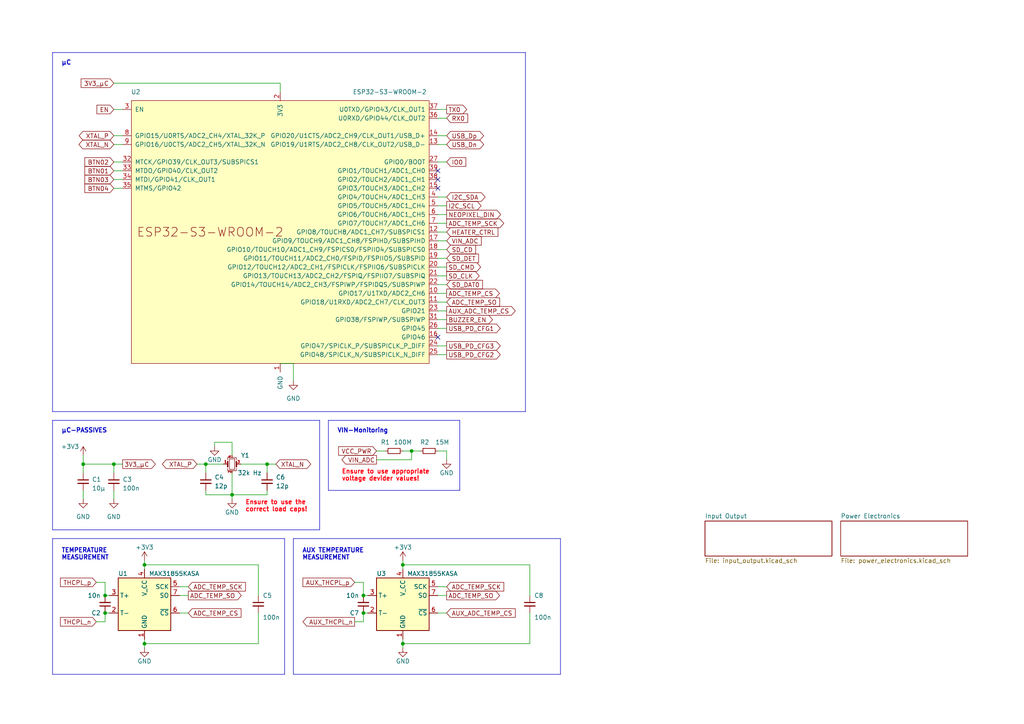
<source format=kicad_sch>
(kicad_sch (version 20231120) (generator "eeschema") (generator_version "8.0")
  (paper "A4")
  (title_block (title "Modular Solder Reflow PCB") (rev "0.0.1"))
  (lib_symbols
    (symbol "Device:C_Small" (pin_numbers hide) (pin_names (offset 0.254) hide)
      (property "Reference" "C" (at 0.254 1.778 0))
      (property "Value" "C_Small" (at 0.254 -2.032 0))
      (symbol "C_Small_0_1"
        (polyline (pts (xy -1.524 -0.508) (xy 1.524 -0.508)) (stroke (width 0.3302)))
        (polyline (pts (xy -1.524 0.508) (xy 1.524 0.508)) (stroke (width 0.3048)))
      )
      (symbol "C_Small_1_1"
        (pin passive line (at 0 2.54 270) (length 2.032) (name "~") (number "1"))
        (pin passive line (at 0 -2.54 90) (length 2.032) (name "~") (number "2"))
      )
    )
    (symbol "Device:Crystal_GND24_Small" (pin_names (offset 1.016) hide)
      (property "Reference" "Y" (at 1.27 4.445 0))
      (property "Value" "Crystal_GND24_Small" (at 1.27 2.54 0))
      (symbol "Crystal_GND24_Small_0_1"
        (rectangle (start -0.762 -1.524) (end 0.762 1.524))
        (polyline (pts (xy -1.27 -0.762) (xy -1.27 0.762)) (stroke (width 0.381)))
        (polyline (pts (xy 1.27 -0.762) (xy 1.27 0.762)) (stroke (width 0.381)))
        (polyline (pts (xy -1.27 -1.27) (xy -1.27 -1.905) (xy 1.27 -1.905) (xy 1.27 -1.27)))
        (polyline (pts (xy -1.27 1.27) (xy -1.27 1.905) (xy 1.27 1.905) (xy 1.27 1.27)))
      )
      (symbol "Crystal_GND24_Small_1_1"
        (pin passive line (at -2.54 0 0) (length 1.27) (name "1") (number "1"))
        (pin passive line (at 0 -2.54 90) (length 0.635) (name "2") (number "2"))
        (pin passive line (at 2.54 0 180) (length 1.27) (name "3") (number "3"))
        (pin passive line (at 0 2.54 270) (length 0.635) (name "4") (number "4"))
      )
    )
    (symbol "Device:R_Small" (pin_numbers hide) (pin_names (offset 0.254) hide)
      (property "Reference" "R" (at 0.762 0.508 0))
      (property "Value" "R_Small" (at 0.762 -1.016 0))
      (symbol "R_Small_0_1"
        (rectangle (start -0.762 1.778) (end 0.762 -1.778) (stroke (width 0.2032)))
      )
      (symbol "R_Small_1_1"
        (pin passive line (at 0 2.54 270) (length 0.762) (name "~") (number "1"))
        (pin passive line (at 0 -2.54 90) (length 0.762) (name "~") (number "2"))
      )
    )
    (symbol "MAX31855KASA_1"
      (property "Reference" "U" (at -7.62 8.89 0))
      (property "Value" "MAX31855KASA" (at 1.27 8.89 0))
      (symbol "MAX31855KASA_1_0_1"
        (rectangle (start -7.62 7.62) (end 7.62 -7.62) (stroke (width 0.254)) (fill (type background)))
      )
      (symbol "MAX31855KASA_1_1_1"
        (pin power_in line (at 0 -10.16 90) (length 2.54) (name "GND") (number "1"))
        (pin passive line (at -10.16 -2.54 0) (length 2.54) (name "T-") (number "2"))
        (pin passive line (at -10.16 2.54 0) (length 2.54) (name "T+") (number "3"))
        (pin power_in line (at 0 10.16 270) (length 2.54) (name "V_CC") (number "4"))
        (pin input line (at 10.16 5.08 180) (length 2.54) (name "SCK") (number "5"))
        (pin input line (at 10.16 -2.54 180) (length 2.54) (name "~{CS}") (number "6"))
        (pin tri_state line (at 10.16 2.54 180) (length 2.54) (name "SO") (number "7"))
      )
    )
    (symbol "espressif-kicad-lib:ESP32-S3-WROOM-2" (pin_names (offset 1.016))
      (property "Reference" "U" (at -43.18 43.18 0))
      (property "Value" "ESP32-S3-WROOM-2" (at -43.18 40.64 0))
      (symbol "ESP32-S3-WROOM-2_0_0"
        (text "ESP32-S3-WROOM-2" (at -20.32 0 0) (effects (font (size 2.54 2.54))))
        (pin power_in line (at 0 -38.1 270) (length 2.54) (name "GND") (number "1"))
        (pin bidirectional line (at 45.72 -17.78 180) (length 2.54) (name "GPIO17/U1TXD/ADC2_CH6") (number "10"))
        (pin bidirectional line (at 45.72 -20.32 180) (length 2.54) (name "GPIO18/U1RXD/ADC2_CH7/CLK_OUT3") (number "11"))
        (pin bidirectional line (at 45.72 0 180) (length 2.54) (name "GPIO8/TOUCH8/ADC1_CH7/SUBSPICS1") (number "12"))
        (pin bidirectional line (at 45.72 25.4 180) (length 2.54) (name "GPIO19/U1RTS/ADC2_CH8/CLK_OUT2/USB_D-") (number "13"))
        (pin bidirectional line (at 45.72 27.94 180) (length 2.54) (name "GPIO20/U1CTS/ADC2_CH9/CLK_OUT1/USB_D+") (number "14"))
        (pin bidirectional line (at 45.72 12.7 180) (length 2.54) (name "GPIO3/TOUCH3/ADC1_CH2") (number "15"))
        (pin bidirectional line (at 45.72 -30.48 180) (length 2.54) (name "GPIO46") (number "16"))
        (pin bidirectional line (at 45.72 -2.54 180) (length 2.54) (name "GPIO9/TOUCH9/ADC1_CH8/FSPIHD/SUBSPIHD") (number "17"))
        (pin bidirectional line (at 45.72 -5.08 180) (length 2.54) (name "GPIO10/TOUCH10/ADC1_CH9/FSPICS0/FSPIIO4/SUBSPICS0") (number "18"))
        (pin bidirectional line (at 45.72 -7.62 180) (length 2.54) (name "GPIO11/TOUCH11/ADC2_CH0/FSPID/FSPIIO5/SUBSPID") (number "19"))
        (pin power_in line (at 0 40.64 270) (length 2.54) (name "3V3") (number "2"))
        (pin bidirectional line (at 45.72 -10.16 180) (length 2.54) (name "GPIO12/TOUCH12/ADC2_CH1/FSPICLK/FSPIIO6/SUBSPICLK") (number "20"))
        (pin bidirectional line (at 45.72 -12.7 180) (length 2.54) (name "GPIO13/TOUCH13/ADC2_CH2/FSPIQ/FSPIIO7/SUBSPIQ") (number "21"))
        (pin bidirectional line (at 45.72 -15.24 180) (length 2.54) (name "GPIO14/TOUCH14/ADC2_CH3/FSPIWP/FSPIDQS/SUBSPIWP") (number "22"))
        (pin bidirectional line (at 45.72 -22.86 180) (length 2.54) (name "GPIO21") (number "23"))
        (pin bidirectional line (at 45.72 -33.02 180) (length 2.54) (name "GPIO47/SPICLK_P/SUBSPICLK_P_DIFF") (number "24"))
        (pin bidirectional line (at 45.72 -35.56 180) (length 2.54) (name "GPIO48/SPICLK_N/SUBSPICLK_N_DIFF") (number "25"))
        (pin bidirectional line (at 45.72 -27.94 180) (length 2.54) (name "GPIO45") (number "26"))
        (pin bidirectional line (at 45.72 20.32 180) (length 2.54) (name "GPIO0/BOOT") (number "27"))
        (pin no_connect line (at -43.18 -35.56 0) (length 2.54) hide (name "NC") (number "28"))
        (pin no_connect line (at -43.18 -33.02 0) (length 2.54) hide (name "NC") (number "29"))
        (pin input line (at -45.72 35.56 0) (length 2.54) (name "EN") (number "3"))
        (pin no_connect line (at -43.18 -30.48 0) (length 2.54) hide (name "NC") (number "30"))
        (pin bidirectional line (at 45.72 -25.4 180) (length 2.54) (name "GPIO38/FSPIWP/SUBSPIWP") (number "31"))
        (pin bidirectional line (at -45.72 20.32 0) (length 2.54) (name "MTCK/GPIO39/CLK_OUT3/SUBSPICS1") (number "32"))
        (pin bidirectional line (at -45.72 17.78 0) (length 2.54) (name "MTDO/GPIO40/CLK_OUT2") (number "33"))
        (pin bidirectional line (at -45.72 15.24 0) (length 2.54) (name "MTDI/GPIO41/CLK_OUT1") (number "34"))
        (pin bidirectional line (at -45.72 12.7 0) (length 2.54) (name "MTMS/GPIO42") (number "35"))
        (pin bidirectional line (at 45.72 33.02 180) (length 2.54) (name "U0RXD/GPIO44/CLK_OUT2") (number "36"))
        (pin bidirectional line (at 45.72 35.56 180) (length 2.54) (name "U0TXD/GPIO43/CLK_OUT1") (number "37"))
        (pin bidirectional line (at 45.72 15.24 180) (length 2.54) (name "GPIO2/TOUCH2/ADC1_CH1") (number "38"))
        (pin bidirectional line (at 45.72 17.78 180) (length 2.54) (name "GPIO1/TOUCH1/ADC1_CH0") (number "39"))
        (pin bidirectional line (at 45.72 10.16 180) (length 2.54) (name "GPIO4/TOUCH4/ADC1_CH3") (number "4"))
        (pin passive line (at 0 -38.1 270) (length 2.54) hide (name "GND") (number "40"))
        (pin passive line (at 0 -38.1 270) (length 2.54) hide (name "GND") (number "41"))
        (pin bidirectional line (at 45.72 7.62 180) (length 2.54) (name "GPIO5/TOUCH5/ADC1_CH4") (number "5"))
        (pin bidirectional line (at 45.72 5.08 180) (length 2.54) (name "GPIO6/TOUCH6/ADC1_CH5") (number "6"))
        (pin bidirectional line (at 45.72 2.54 180) (length 2.54) (name "GPIO7/TOUCH7/ADC1_CH6") (number "7"))
        (pin bidirectional line (at -45.72 27.94 0) (length 2.54) (name "GPIO15/U0RTS/ADC2_CH4/XTAL_32K_P") (number "8"))
        (pin bidirectional line (at -45.72 25.4 0) (length 2.54) (name "GPIO16/U0CTS/ADC2_CH5/XTAL_32K_N") (number "9"))
      )
      (symbol "ESP32-S3-WROOM-2_0_1"
        (rectangle (start -43.18 38.1) (end 43.18 -38.1) (fill (type background)))
      )
    )
    (symbol "power:+3.3V" (power) (pin_names (offset 0))
      (property "Value" "+3.3V" (at 0 3.556 0))
      (symbol "+3.3V_0_1"
        (polyline (pts (xy -0.762 1.27) (xy 0 2.54)))
        (polyline (pts (xy 0 0) (xy 0 2.54)))
        (polyline (pts (xy 0 2.54) (xy 0.762 1.27)))
      )
      (symbol "+3.3V_1_1"
        (pin power_in line (at 0 0 90) (length 0) hide (name "+3V3") (number "1"))
      )
    )
    (symbol "power:GND" (power) (pin_names (offset 0))
      (property "Value" "GND" (at 0 -3.81 0))
      (symbol "GND_0_1"
        (polyline (pts (xy 0 0) (xy 0 -1.27) (xy 1.27 -1.27) (xy 0 -2.54) (xy -1.27 -1.27) (xy 0 -1.27)))
      )
      (symbol "GND_1_1"
        (pin power_in line (at 0 0 270) (length 0) hide (name "GND") (number "1"))
      )
    )
  )
  (junction (at 30.48 172.72))
  (junction (at 41.91 163.83))
  (junction (at 116.84 186.69))
  (junction (at 24.13 134.62))
  (junction (at 105.41 172.72))
  (junction (at 30.48 177.8))
  (junction (at 105.41 177.8))
  (junction (at 116.84 163.83))
  (junction (at 59.69 134.62))
  (junction (at 41.91 186.69))
  (junction (at 33.02 134.62))
  (junction (at 77.47 134.62))
  (junction (at 67.31 143.51))
  (junction (at 119.38 130.81))
  (no_connect (at 127 52.07))
  (no_connect (at 127 49.53))
  (no_connect (at 127 54.61))
  (no_connect (at 127 97.79))
  (wire (pts (xy 127 100.33) (xy 129.54 100.33)))
  (wire (pts (xy 127 170.18) (xy 129.54 170.18)))
  (wire (pts (xy 153.67 163.83) (xy 153.67 172.72)))
  (polyline (pts (xy 162.56 156.21) (xy 85.09 156.21)))
  (wire (pts (xy 127 39.37) (xy 129.54 39.37)))
  (wire (pts (xy 116.84 130.81) (xy 119.38 130.81)))
  (wire (pts (xy 127 90.17) (xy 129.54 90.17)))
  (wire (pts (xy 119.38 133.35) (xy 119.38 130.81)))
  (polyline (pts (xy 152.4 15.24) (xy 152.4 119.38)))
  (polyline (pts (xy 15.24 195.58) (xy 82.55 195.58)))
  (polyline (pts (xy 15.24 153.67) (xy 92.71 153.67)))
  (wire (pts (xy 127 177.8) (xy 129.54 177.8)))
  (polyline (pts (xy 92.71 153.67) (xy 92.71 121.92)))
  (polyline (pts (xy 133.35 121.92) (xy 133.35 142.24)))
  (wire (pts (xy 30.48 177.8) (xy 30.48 180.34)))
  (wire (pts (xy 129.54 87.63) (xy 127 87.63)))
  (wire (pts (xy 106.68 177.8) (xy 105.41 177.8)))
  (wire (pts (xy 33.02 134.62) (xy 35.56 134.62)))
  (wire (pts (xy 74.93 163.83) (xy 74.93 172.72)))
  (wire (pts (xy 77.47 134.62) (xy 80.01 134.62)))
  (wire (pts (xy 127 64.77) (xy 129.54 64.77)))
  (wire (pts (xy 109.22 130.81) (xy 111.76 130.81)))
  (wire (pts (xy 62.23 128.27) (xy 67.31 128.27)))
  (wire (pts (xy 57.15 134.62) (xy 59.69 134.62)))
  (wire (pts (xy 153.67 177.8) (xy 153.67 186.69)))
  (wire (pts (xy 127 34.29) (xy 129.54 34.29)))
  (wire (pts (xy 127 82.55) (xy 129.54 82.55)))
  (polyline (pts (xy 133.35 142.24) (xy 95.25 142.24)))
  (polyline (pts (xy 82.55 156.21) (xy 15.24 156.21)))
  (wire (pts (xy 127 31.75) (xy 129.54 31.75)))
  (wire (pts (xy 24.13 132.08) (xy 24.13 134.62)))
  (wire (pts (xy 67.31 128.27) (xy 67.31 132.08)))
  (wire (pts (xy 105.41 177.8) (xy 105.41 180.34)))
  (wire (pts (xy 127 80.01) (xy 129.54 80.01)))
  (wire (pts (xy 74.93 177.8) (xy 74.93 186.69)))
  (wire (pts (xy 81.28 26.67) (xy 81.28 24.13)))
  (wire (pts (xy 127 92.71) (xy 129.54 92.71)))
  (wire (pts (xy 77.47 143.51) (xy 77.47 142.24)))
  (wire (pts (xy 24.13 142.24) (xy 24.13 144.78)))
  (wire (pts (xy 105.41 172.72) (xy 105.41 168.91)))
  (wire (pts (xy 30.48 172.72) (xy 31.75 172.72)))
  (wire (pts (xy 31.75 177.8) (xy 30.48 177.8)))
  (wire (pts (xy 127 77.47) (xy 129.54 77.47)))
  (wire (pts (xy 116.84 185.42) (xy 116.84 186.69)))
  (wire (pts (xy 116.84 186.69) (xy 116.84 187.96)))
  (wire (pts (xy 33.02 46.99) (xy 35.56 46.99)))
  (polyline (pts (xy 85.09 156.21) (xy 85.09 195.58)))
  (wire (pts (xy 33.02 142.24) (xy 33.02 144.78)))
  (wire (pts (xy 30.48 172.72) (xy 30.48 168.91)))
  (wire (pts (xy 33.02 137.16) (xy 33.02 134.62)))
  (wire (pts (xy 85.09 105.41) (xy 81.28 105.41)))
  (wire (pts (xy 59.69 142.24) (xy 59.69 143.51)))
  (wire (pts (xy 67.31 143.51) (xy 77.47 143.51)))
  (wire (pts (xy 69.85 134.62) (xy 77.47 134.62)))
  (wire (pts (xy 127 59.69) (xy 129.54 59.69)))
  (polyline (pts (xy 15.24 15.24) (xy 152.4 15.24)))
  (wire (pts (xy 33.02 39.37) (xy 35.56 39.37)))
  (wire (pts (xy 59.69 143.51) (xy 67.31 143.51)))
  (wire (pts (xy 116.84 162.56) (xy 116.84 163.83)))
  (wire (pts (xy 116.84 163.83) (xy 116.84 165.1)))
  (polyline (pts (xy 92.71 121.92) (xy 15.24 121.92)))
  (wire (pts (xy 127 46.99) (xy 129.54 46.99)))
  (wire (pts (xy 127 72.39) (xy 129.54 72.39)))
  (wire (pts (xy 52.07 177.8) (xy 54.61 177.8)))
  (wire (pts (xy 41.91 186.69) (xy 41.91 187.96)))
  (wire (pts (xy 127 62.23) (xy 129.54 62.23)))
  (wire (pts (xy 24.13 137.16) (xy 24.13 134.62)))
  (wire (pts (xy 33.02 49.53) (xy 35.56 49.53)))
  (wire (pts (xy 33.02 52.07) (xy 35.56 52.07)))
  (wire (pts (xy 67.31 143.51) (xy 67.31 144.78)))
  (wire (pts (xy 127 69.85) (xy 129.54 69.85)))
  (wire (pts (xy 33.02 41.91) (xy 35.56 41.91)))
  (wire (pts (xy 41.91 186.69) (xy 74.93 186.69)))
  (wire (pts (xy 62.23 129.54) (xy 62.23 128.27)))
  (polyline (pts (xy 82.55 195.58) (xy 82.55 156.21)))
  (polyline (pts (xy 162.56 195.58) (xy 162.56 156.21)))
  (wire (pts (xy 27.94 168.91) (xy 30.48 168.91)))
  (wire (pts (xy 52.07 170.18) (xy 54.61 170.18)))
  (wire (pts (xy 24.13 134.62) (xy 33.02 134.62)))
  (wire (pts (xy 52.07 172.72) (xy 54.61 172.72)))
  (wire (pts (xy 119.38 130.81) (xy 121.92 130.81)))
  (wire (pts (xy 127 172.72) (xy 129.54 172.72)))
  (polyline (pts (xy 15.24 153.67) (xy 15.24 121.92)))
  (wire (pts (xy 27.94 180.34) (xy 30.48 180.34)))
  (wire (pts (xy 127 130.81) (xy 129.54 130.81)))
  (wire (pts (xy 41.91 162.56) (xy 41.91 163.83)))
  (wire (pts (xy 102.87 180.34) (xy 105.41 180.34)))
  (wire (pts (xy 127 85.09) (xy 129.54 85.09)))
  (wire (pts (xy 85.09 105.41) (xy 85.09 110.49)))
  (wire (pts (xy 127 41.91) (xy 129.54 41.91)))
  (wire (pts (xy 59.69 134.62) (xy 59.69 137.16)))
  (polyline (pts (xy 152.4 119.38) (xy 15.24 119.38)))
  (wire (pts (xy 127 57.15) (xy 129.54 57.15)))
  (polyline (pts (xy 95.25 121.92) (xy 133.35 121.92)))
  (wire (pts (xy 127 74.93) (xy 129.54 74.93)))
  (wire (pts (xy 105.41 172.72) (xy 106.68 172.72)))
  (wire (pts (xy 33.02 31.75) (xy 35.56 31.75)))
  (wire (pts (xy 77.47 134.62) (xy 77.47 137.16)))
  (wire (pts (xy 129.54 130.81) (xy 129.54 133.35)))
  (polyline (pts (xy 15.24 15.24) (xy 15.24 119.38)))
  (wire (pts (xy 127 67.31) (xy 129.54 67.31)))
  (wire (pts (xy 127 102.87) (xy 129.54 102.87)))
  (wire (pts (xy 41.91 185.42) (xy 41.91 186.69)))
  (polyline (pts (xy 85.09 195.58) (xy 162.56 195.58)))
  (wire (pts (xy 41.91 163.83) (xy 74.93 163.83)))
  (wire (pts (xy 127 95.25) (xy 129.54 95.25)))
  (wire (pts (xy 59.69 134.62) (xy 64.77 134.62)))
  (wire (pts (xy 116.84 163.83) (xy 153.67 163.83)))
  (wire (pts (xy 33.02 54.61) (xy 35.56 54.61)))
  (wire (pts (xy 116.84 186.69) (xy 153.67 186.69)))
  (wire (pts (xy 109.22 133.35) (xy 119.38 133.35)))
  (wire (pts (xy 33.02 24.13) (xy 81.28 24.13)))
  (polyline (pts (xy 95.25 121.92) (xy 95.25 142.24)))
  (polyline (pts (xy 15.24 156.21) (xy 15.24 195.58)))
  (wire (pts (xy 41.91 163.83) (xy 41.91 165.1)))
  (wire (pts (xy 102.87 168.91) (xy 105.41 168.91)))
  (wire (pts (xy 67.31 137.16) (xy 67.31 143.51)))
  (text "Ensure to use the \ncorrect load caps!\n" (at 71.12 148.59 0) (effects (font (size 1.27 1.27) (thickness 0.254) (bold yes)) (justify left bottom)))
  (text "TEMPERATURE \nMEASUREMENT\n" (at 17.78 162.56 0) (effects (font (size 1.27 1.27) (thickness 0.254) (bold yes)) (justify left bottom)))
  (text "Ensure to use appropriate \nvoltage devider values!" (at 99.06 139.7 0) (effects (font (size 1.27 1.27) (thickness 0.254) (bold yes)) (justify left bottom)))
  (text "µC-PASSIVES\n" (at 17.78 125.73 0) (effects (font (size 1.27 1.27) (thickness 0.254) (bold yes)) (justify left bottom)))
  (text "VIN-Monitoring\n" (at 97.79 125.73 0) (effects (font (size 1.27 1.27) (thickness 0.254) (bold yes)) (justify left bottom)))
  (text "µC\n" (at 17.78 19.05 0) (effects (font (size 1.27 1.27) (thickness 0.254) (bold yes)) (justify left bottom)))
  (text "AUX TEMPERATURE \nMEASUREMENT\n" (at 87.63 162.56 0) (effects (font (size 1.27 1.27) (thickness 0.254) (bold yes)) (justify left bottom)))
  (global_label "I2C_SDA" (shape bidirectional) (at 129.54 57.15 0) (property "Intersheetrefs" "${INTERSHEET_REFS}" (effects (hide yes))))
  (global_label "SD_CD" (shape input) (at 129.54 72.39 0) (property "Intersheetrefs" "${INTERSHEET_REFS}" (effects (hide yes))))
  (global_label "AUX_THCPL_p" (shape input) (at 102.87 168.91 180) (property "Intersheetrefs" "${INTERSHEET_REFS}" (effects (hide yes))))
  (global_label "NEOPIXEL_DIN" (shape output) (at 129.54 62.23 0) (property "Intersheetrefs" "${INTERSHEET_REFS}" (effects (hide yes))))
  (global_label "XTAL_N" (shape bidirectional) (at 80.01 134.62 0) (property "Intersheetrefs" "${INTERSHEET_REFS}" (effects (hide yes))))
  (global_label "USB_PD_CFG1" (shape output) (at 129.54 95.25 0) (property "Intersheetrefs" "${INTERSHEET_REFS}" (effects (hide yes))))
  (global_label "I2C_SCL" (shape output) (at 129.54 59.69 0) (property "Intersheetrefs" "${INTERSHEET_REFS}" (effects (hide yes))))
  (global_label "XTAL_P" (shape bidirectional) (at 33.02 39.37 180) (property "Intersheetrefs" "${INTERSHEET_REFS}" (effects (hide yes))))
  (global_label "THCPL_p" (shape input) (at 27.94 168.91 180) (property "Intersheetrefs" "${INTERSHEET_REFS}" (effects (hide yes))))
  (global_label "XTAL_N" (shape bidirectional) (at 33.02 41.91 180) (property "Intersheetrefs" "${INTERSHEET_REFS}" (effects (hide yes))))
  (global_label "BTN01" (shape input) (at 33.02 49.53 180) (property "Intersheetrefs" "${INTERSHEET_REFS}" (effects (hide yes))))
  (global_label "RX0" (shape input) (at 129.54 34.29 0) (property "Intersheetrefs" "${INTERSHEET_REFS}" (effects (hide yes))))
  (global_label "HEATER_CTRL" (shape input) (at 129.54 67.31 0) (property "Intersheetrefs" "${INTERSHEET_REFS}" (effects (hide yes))))
  (global_label "AUX_ADC_TEMP_CS" (shape output) (at 129.54 90.17 0) (property "Intersheetrefs" "${INTERSHEET_REFS}" (effects (hide yes))))
  (global_label "VIN_ADC" (shape output) (at 109.22 133.35 180) (property "Intersheetrefs" "${INTERSHEET_REFS}" (effects (hide yes))))
  (global_label "BTN03" (shape input) (at 33.02 52.07 180) (property "Intersheetrefs" "${INTERSHEET_REFS}" (effects (hide yes))))
  (global_label "USB_PD_CFG3" (shape output) (at 129.54 100.33 0) (property "Intersheetrefs" "${INTERSHEET_REFS}" (effects (hide yes))))
  (global_label "ADC_TEMP_SCK" (shape output) (at 129.54 64.77 0) (property "Intersheetrefs" "${INTERSHEET_REFS}" (effects (hide yes))))
  (global_label "3V3_µC" (shape output) (at 35.56 134.62 0) (property "Intersheetrefs" "${INTERSHEET_REFS}" (effects (hide yes))))
  (global_label "BTN02" (shape input) (at 33.02 46.99 180) (property "Intersheetrefs" "${INTERSHEET_REFS}" (effects (hide yes))))
  (global_label "ADC_TEMP_SO" (shape input) (at 129.54 87.63 0) (property "Intersheetrefs" "${INTERSHEET_REFS}" (effects (hide yes))))
  (global_label "ADC_TEMP_SO" (shape output) (at 54.61 172.72 0) (property "Intersheetrefs" "${INTERSHEET_REFS}" (effects (hide yes))))
  (global_label "BTN04" (shape input) (at 33.02 54.61 180) (property "Intersheetrefs" "${INTERSHEET_REFS}" (effects (hide yes))))
  (global_label "ADC_TEMP_CS" (shape input) (at 54.61 177.8 0) (property "Intersheetrefs" "${INTERSHEET_REFS}" (effects (hide yes))))
  (global_label "USB_Dp" (shape bidirectional) (at 129.54 39.37 0) (property "Intersheetrefs" "${INTERSHEET_REFS}" (effects (hide yes))))
  (global_label "USB_PD_CFG2" (shape output) (at 129.54 102.87 0) (property "Intersheetrefs" "${INTERSHEET_REFS}" (effects (hide yes))))
  (global_label "VCC_PWR" (shape input) (at 109.22 130.81 180) (property "Intersheetrefs" "${INTERSHEET_REFS}" (effects (hide yes))))
  (global_label "ADC_TEMP_SO" (shape output) (at 129.54 172.72 0) (property "Intersheetrefs" "${INTERSHEET_REFS}" (effects (hide yes))))
  (global_label "XTAL_P" (shape bidirectional) (at 57.15 134.62 180) (property "Intersheetrefs" "${INTERSHEET_REFS}" (effects (hide yes))))
  (global_label "AUX_ADC_TEMP_CS" (shape input) (at 129.54 177.8 0) (property "Intersheetrefs" "${INTERSHEET_REFS}" (effects (hide yes))))
  (global_label "SD_DET" (shape input) (at 129.54 74.93 0) (property "Intersheetrefs" "${INTERSHEET_REFS}" (effects (hide yes))))
  (global_label "ADC_TEMP_CS" (shape output) (at 129.54 85.09 0) (property "Intersheetrefs" "${INTERSHEET_REFS}" (effects (hide yes))))
  (global_label "AUX_THCPL_n" (shape output) (at 102.87 180.34 180) (property "Intersheetrefs" "${INTERSHEET_REFS}" (effects (hide yes))))
  (global_label "USB_Dn" (shape bidirectional) (at 129.54 41.91 0) (property "Intersheetrefs" "${INTERSHEET_REFS}" (effects (hide yes))))
  (global_label "3V3_µC" (shape input) (at 33.02 24.13 180) (property "Intersheetrefs" "${INTERSHEET_REFS}" (effects (hide yes))))
  (global_label "ADC_TEMP_SCK" (shape input) (at 54.61 170.18 0) (property "Intersheetrefs" "${INTERSHEET_REFS}" (effects (hide yes))))
  (global_label "SD_DAT0" (shape input) (at 129.54 82.55 0) (property "Intersheetrefs" "${INTERSHEET_REFS}" (effects (hide yes))))
  (global_label "ADC_TEMP_SCK" (shape input) (at 129.54 170.18 0) (property "Intersheetrefs" "${INTERSHEET_REFS}" (effects (hide yes))))
  (global_label "VIN_ADC" (shape input) (at 129.54 69.85 0) (property "Intersheetrefs" "${INTERSHEET_REFS}" (effects (hide yes))))
  (global_label "EN" (shape input) (at 33.02 31.75 180) (property "Intersheetrefs" "${INTERSHEET_REFS}" (effects (hide yes))))
  (global_label "TX0" (shape output) (at 129.54 31.75 0) (property "Intersheetrefs" "${INTERSHEET_REFS}" (effects (hide yes))))
  (global_label "SD_CLK" (shape output) (at 129.54 80.01 0) (property "Intersheetrefs" "${INTERSHEET_REFS}" (effects (hide yes))))
  (global_label "BUZZER_EN" (shape output) (at 129.54 92.71 0) (property "Intersheetrefs" "${INTERSHEET_REFS}" (effects (hide yes))))
  (global_label "THCPL_n" (shape input) (at 27.94 180.34 180) (property "Intersheetrefs" "${INTERSHEET_REFS}" (effects (hide yes))))
  (global_label "IO0" (shape input) (at 129.54 46.99 0) (property "Intersheetrefs" "${INTERSHEET_REFS}" (effects (hide yes))))
  (global_label "SD_CMD" (shape output) (at 129.54 77.47 0) (property "Intersheetrefs" "${INTERSHEET_REFS}" (effects (hide yes))))
  (symbol (lib_id "power:GND") (at 33.02 144.78 0) (unit 1)
    (property "Reference" "#PWR03" (effects (hide yes)))
    (property "Value" "GND" (at 33.02 149.86 0))
  )
  (symbol (lib_id "power:+3.3V") (at 116.84 162.56 0) (unit 1)
    (property "Reference" "#PWR09" (effects (hide yes)))
    (property "Value" "+3V3" (at 116.84 158.75 0))
  )
  (symbol (lib_id "espressif-kicad-lib:ESP32-S3-WROOM-2") (at 81.28 67.31 0) (unit 1)
    (property "Reference" "U2" (at 39.37 26.67 0))
    (property "Value" "ESP32-S3-WROOM-2" (at 113.03 26.67 0))
    (property "Footprint" "espressif-kicad-lib:ESP32-S3-WROOM-2" (effects (hide yes)))
    (property "Datasheet" "https://www.espressif.com/sites/default/files/documentation/esp32-s3-wroom-2_datasheet_en.pdf" (effects (hide yes)))
  )
  (symbol (lib_id "power:GND") (at 41.91 187.96 0) (unit 1)
    (property "Reference" "#PWR05" (effects (hide yes)))
    (property "Value" "GND" (at 41.91 191.77 0))
  )
  (symbol (lib_id "power:GND") (at 67.31 144.78 0) (unit 1)
    (property "Reference" "#PWR07" (effects (hide yes)))
    (property "Value" "GND" (at 67.31 148.59 0))
  )
  (symbol (lib_id "Device:C_Small") (at 30.48 175.26 180) (unit 1)
    (property "Reference" "C2" (at 29.21 177.8 0) (effects (justify left)))
    (property "Value" "10n" (at 29.21 172.72 0) (effects (justify left)))
    (property "Footprint" "Capacitor_SMD:C_0603_1608Metric_Pad1.08x0.95mm_HandSolder" (effects (hide yes)))
  )
  (symbol (lib_id "Device:C_Small") (at 77.47 139.7 0) (unit 1)
    (property "Reference" "C6" (at 80.01 138.43 0) (effects (justify left)))
    (property "Value" "12p" (at 80.01 140.97 0) (effects (justify left)))
    (property "Footprint" "Capacitor_SMD:C_0603_1608Metric_Pad1.08x0.95mm_HandSolder" (effects (hide yes)))
  )
  (symbol (lib_id "power:+3.3V") (at 41.91 162.56 0) (unit 1)
    (property "Reference" "#PWR04" (effects (hide yes)))
    (property "Value" "+3V3" (at 41.91 158.75 0))
  )
  (symbol (lib_id "Device:Crystal_GND24_Small") (at 67.31 134.62 0) (unit 1)
    (property "Reference" "Y1" (at 71.12 132.08 0))
    (property "Value" "32k Hz" (at 72.39 137.16 0))
    (property "Footprint" "Crystal:Crystal_SMD_3225-4Pin_3.2x2.5mm_HandSoldering" (effects (hide yes)))
  )
  (symbol (lib_id "power:GND") (at 116.84 187.96 0) (unit 1)
    (property "Reference" "#PWR010" (effects (hide yes)))
    (property "Value" "GND" (at 116.84 191.77 0))
  )
  (symbol (lib_id "Device:C_Small") (at 74.93 175.26 0) (unit 1)
    (property "Reference" "C5" (at 76.2 172.72 0) (effects (justify left)))
    (property "Value" "100n" (at 76.2 179.07 0) (effects (justify left)))
    (property "Footprint" "Capacitor_SMD:C_0603_1608Metric_Pad1.08x0.95mm_HandSolder" (effects (hide yes)))
  )
  (symbol (lib_id "Device:R_Small") (at 114.3 130.81 90) (unit 1)
    (property "Reference" "R1" (at 111.76 128.27 90))
    (property "Value" "100M" (at 116.84 128.27 90))
    (property "Footprint" "Resistor_SMD:R_0603_1608Metric_Pad0.98x0.95mm_HandSolder" (effects (hide yes)))
  )
  (symbol (lib_id "Device:C_Small") (at 105.41 175.26 180) (unit 1)
    (property "Reference" "C7" (at 104.14 177.8 0) (effects (justify left)))
    (property "Value" "10n" (at 104.14 172.72 0) (effects (justify left)))
    (property "Footprint" "Capacitor_SMD:C_0603_1608Metric_Pad1.08x0.95mm_HandSolder" (effects (hide yes)))
  )
  (symbol (lib_id "Device:R_Small") (at 124.46 130.81 90) (unit 1)
    (property "Reference" "R2" (at 123.19 128.27 90))
    (property "Value" "15M" (at 128.27 128.27 90))
    (property "Footprint" "Resistor_SMD:R_0603_1608Metric_Pad0.98x0.95mm_HandSolder" (effects (hide yes)))
  )
  (symbol (lib_id "power:GND") (at 62.23 129.54 0) (unit 1)
    (property "Reference" "#PWR06" (effects (hide yes)))
    (property "Value" "GND" (at 62.23 133.35 0))
  )
  (symbol (lib_id "power:GND") (at 85.09 110.49 0) (unit 1)
    (property "Reference" "#PWR08" (effects (hide yes)))
    (property "Value" "GND" (at 85.09 115.57 0))
  )
  (symbol (lib_id "power:GND") (at 24.13 144.78 0) (unit 1)
    (property "Reference" "#PWR02" (effects (hide yes)))
    (property "Value" "GND" (at 24.13 149.86 0))
  )
  (symbol (lib_id "Device:C_Small") (at 153.67 175.26 0) (unit 1)
    (property "Reference" "C8" (at 154.94 172.72 0) (effects (justify left)))
    (property "Value" "100n" (at 154.94 179.07 0) (effects (justify left)))
    (property "Footprint" "Capacitor_SMD:C_0603_1608Metric_Pad1.08x0.95mm_HandSolder" (effects (hide yes)))
  )
  (symbol (lib_name "MAX31855KASA_1") (lib_id "Sensor_Temperature:MAX31855KASA") (at 41.91 175.26 0) (unit 1)
    (property "Reference" "U1" (at 34.29 166.37 0) (effects (justify left)))
    (property "Value" "MAX31855KASA" (at 43.18 166.37 0) (effects (justify left)))
    (property "Footprint" "Package_SO:SOIC-8_3.9x4.9mm_P1.27mm" (effects (hide yes)))
    (property "Datasheet" "http://datasheets.maximintegrated.com/en/ds/MAX31855.pdf" (effects (hide yes)))
  )
  (symbol (lib_id "power:GND") (at 129.54 133.35 0) (unit 1)
    (property "Reference" "#PWR011" (effects (hide yes)))
    (property "Value" "GND" (at 129.54 137.16 0))
  )
  (symbol (lib_name "MAX31855KASA_1") (lib_id "Sensor_Temperature:MAX31855KASA") (at 116.84 175.26 0) (unit 1)
    (property "Reference" "U3" (at 109.22 166.37 0) (effects (justify left)))
    (property "Value" "MAX31855KASA" (at 118.11 166.37 0) (effects (justify left)))
    (property "Footprint" "Package_SO:SOIC-8_3.9x4.9mm_P1.27mm" (effects (hide yes)))
    (property "Datasheet" "http://datasheets.maximintegrated.com/en/ds/MAX31855.pdf" (effects (hide yes)))
  )
  (symbol (lib_id "Device:C_Small") (at 24.13 139.7 0) (unit 1)
    (property "Reference" "C1" (at 26.67 139.0713 0) (effects (justify left)))
    (property "Value" "10µ" (at 26.67 141.6113 0) (effects (justify left)))
    (property "Footprint" "Capacitor_SMD:C_0603_1608Metric_Pad1.08x0.95mm_HandSolder" (effects (hide yes)))
  )
  (symbol (lib_id "Device:C_Small") (at 59.69 139.7 0) (unit 1)
    (property "Reference" "C4" (at 62.23 138.43 0) (effects (justify left)))
    (property "Value" "12p" (at 62.23 140.97 0) (effects (justify left)))
    (property "Footprint" "Capacitor_SMD:C_0603_1608Metric_Pad1.08x0.95mm_HandSolder" (effects (hide yes)))
  )
  (symbol (lib_id "Device:C_Small") (at 33.02 139.7 0) (unit 1)
    (property "Reference" "C3" (at 35.56 139.0713 0) (effects (justify left)))
    (property "Value" "100n" (at 35.56 141.6113 0) (effects (justify left)))
    (property "Footprint" "Capacitor_SMD:C_0603_1608Metric_Pad1.08x0.95mm_HandSolder" (effects (hide yes)))
  )
  (symbol (lib_id "power:+3.3V") (at 24.13 132.08 0) (unit 1)
    (property "Reference" "#PWR01" (effects (hide yes)))
    (property "Value" "+3V3" (at 20.32 129.54 0))
  )
  (sheet (at 204.47 151.13) (size 36.83 10.16) (stroke (width 0.1524))
    (property "Sheetname" "Input Output" (at 204.47 150.4184 0) (effects (justify left bottom)))
    (property "Sheetfile" "input_output.kicad_sch" (at 204.47 161.8746 0) (effects (justify left top)))
  )
  (sheet (at 243.84 151.13) (size 36.83 10.16) (stroke (width 0.1524))
    (property "Sheetname" "Power Electronics" (at 243.84 150.4184 0) (effects (justify left bottom)))
    (property "Sheetfile" "power_electronics.kicad_sch" (at 243.84 161.8746 0) (effects (justify left top)))
  )
)
</source>
